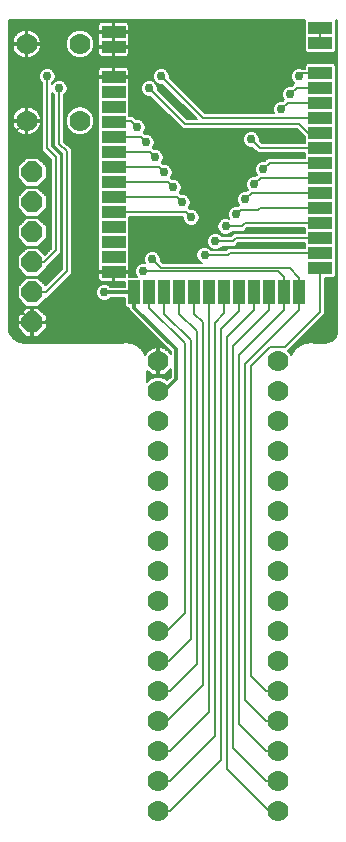
<source format=gtl>
G75*
%MOIN*%
%OFA0B0*%
%FSLAX26Y26*%
%IPPOS*%
%LPD*%
%AMOC8*
5,1,8,0,0,1.08239X$1,22.5*
%
%ADD10R,0.078740X0.039370*%
%ADD11R,0.039370X0.078740*%
%ADD12C,0.070000*%
%ADD13OC8,0.070000*%
%ADD14C,0.008000*%
%ADD15C,0.029780*%
%ADD16C,0.006000*%
%ADD17C,0.012000*%
D10*
X00504024Y01981701D03*
X00504024Y02031701D03*
X00504024Y02081701D03*
X00504024Y02131701D03*
X00504024Y02181701D03*
X00504024Y02231701D03*
X00504024Y02281701D03*
X00504024Y02331701D03*
X00504024Y02381701D03*
X00504024Y02431701D03*
X00504024Y02481701D03*
X00504024Y02531701D03*
X00504024Y02581701D03*
X00504024Y02631701D03*
X00504024Y02731701D03*
X00504024Y02781701D03*
X01193000Y02794299D03*
X01193000Y02744299D03*
X01193000Y02644299D03*
X01193000Y02594299D03*
X01193000Y02544299D03*
X01193000Y02494299D03*
X01193000Y02444299D03*
X01193000Y02394299D03*
X01193000Y02344299D03*
X01193000Y02294299D03*
X01193000Y02244299D03*
X01193000Y02194299D03*
X01193000Y02144299D03*
X01193000Y02094299D03*
X01193000Y02044299D03*
X01193000Y01994299D03*
D11*
X01123512Y01913000D03*
X01073512Y01913000D03*
X01023512Y01913000D03*
X00973512Y01913000D03*
X00923512Y01913000D03*
X00873512Y01913000D03*
X00823512Y01913000D03*
X00773512Y01913000D03*
X00723512Y01913000D03*
X00673512Y01913000D03*
X00623512Y01913000D03*
X00573512Y01913000D03*
D12*
X00653000Y00183000D03*
X00653000Y00283000D03*
X00653000Y00383000D03*
X00653000Y00483000D03*
X00653000Y00583000D03*
X00653000Y00683000D03*
X00653000Y00783000D03*
X00653000Y00883000D03*
X00653000Y00983000D03*
X00653000Y01083000D03*
X00653000Y01183000D03*
X00653000Y01283000D03*
X00653000Y01383000D03*
X00653000Y01483000D03*
X00653000Y01583000D03*
X00653000Y01683000D03*
X00392000Y02485000D03*
X00392000Y02741000D03*
X00214000Y02741000D03*
X00214000Y02485000D03*
X01053000Y01683000D03*
X01053000Y01583000D03*
X01053000Y01483000D03*
X01053000Y01383000D03*
X01053000Y01283000D03*
X01053000Y01183000D03*
X01053000Y01083000D03*
X01053000Y00983000D03*
X01053000Y00883000D03*
X01053000Y00783000D03*
X01053000Y00683000D03*
X01053000Y00583000D03*
X01053000Y00483000D03*
X01053000Y00383000D03*
X01053000Y00283000D03*
X01053000Y00183000D03*
D13*
X00233000Y01813000D03*
X00233000Y01913000D03*
X00233000Y02013000D03*
X00233000Y02113000D03*
X00233000Y02213000D03*
X00233000Y02313000D03*
D14*
X00283000Y02393000D02*
X00283000Y02633000D01*
X00323000Y02593000D02*
X00323000Y02408355D01*
X00348355Y02383000D01*
X00348355Y01983000D01*
X00278355Y01913000D01*
X00233000Y01913000D01*
X00167000Y01869000D02*
X00243000Y01813000D01*
X00233000Y01813000D01*
X00274299Y01813000D01*
X00443000Y01981701D01*
X00504024Y01981701D01*
X00504024Y02181701D02*
X00744299Y02181701D01*
X00763000Y02163000D01*
X00733000Y02213000D02*
X00714299Y02231701D01*
X00504024Y02231701D01*
X00504024Y02281701D02*
X00684299Y02281701D01*
X00703000Y02263000D01*
X00673000Y02313000D02*
X00654299Y02331701D01*
X00504024Y02331701D01*
X00504024Y02381701D02*
X00624299Y02381701D01*
X00643000Y02363000D01*
X00613000Y02413000D02*
X00594299Y02431701D01*
X00504024Y02431701D01*
X00505323Y02483000D02*
X00563000Y02483000D01*
X00583000Y02463000D01*
X00623000Y02593000D02*
X00742350Y02473650D01*
X01123000Y02473650D01*
X01152350Y02444299D01*
X01193000Y02444299D01*
X01193000Y02494299D02*
X00801701Y02494299D01*
X00663000Y02633000D01*
X00878000Y02133000D02*
X00931701Y02133000D01*
X00943000Y02144299D01*
X01193000Y02144299D01*
X01193000Y02094299D02*
X00913000Y02094299D01*
X00901701Y02083000D01*
X00843000Y02083000D01*
X00808000Y02038000D02*
X00886701Y02038000D01*
X00893000Y02044299D01*
X01193000Y02044299D01*
X01193000Y02194299D02*
X00993000Y02194299D01*
X00986701Y02188000D01*
X00928000Y02188000D01*
X00913000Y02173000D01*
X00943000Y02223000D02*
X00964299Y02244299D01*
X01193000Y02244299D01*
X01193000Y02294299D02*
X00994299Y02294299D01*
X00973000Y02273000D01*
X01003000Y02323000D02*
X01024299Y02344299D01*
X01193000Y02344299D01*
X01193000Y02394299D02*
X00991701Y02394299D01*
X00963000Y02423000D01*
X00313000Y02363000D02*
X00313000Y02053000D01*
X00273000Y02013000D01*
X00233000Y02013000D01*
X00167000Y01869000D02*
X00167000Y02438000D01*
X00214000Y02485000D01*
X00214000Y02741000D01*
X00283000Y02393000D02*
X00313000Y02363000D01*
D15*
X00323000Y02593000D03*
X00283000Y02633000D03*
X00583000Y02463000D03*
X00613000Y02413000D03*
X00643000Y02363000D03*
X00673000Y02313000D03*
X00703000Y02263000D03*
X00733000Y02213000D03*
X00763000Y02163000D03*
X00808000Y02038000D03*
X00843000Y02083000D03*
X00878000Y02133000D03*
X00913000Y02173000D03*
X00943000Y02223000D03*
X00973000Y02273000D03*
X01003000Y02323000D03*
X00963000Y02423000D03*
X01063000Y02523000D03*
X01093000Y02573000D03*
X01123000Y02633000D03*
X00663000Y02633000D03*
X00623000Y02593000D03*
X00633000Y02023000D03*
X00603000Y01983000D03*
X00473000Y01913000D03*
D16*
X00493003Y01932439D02*
X00540827Y01932439D01*
X00540827Y01932000D02*
X00493442Y01932000D01*
X00488798Y01936644D01*
X00478548Y01940890D01*
X00467452Y01940890D01*
X00457202Y01936644D01*
X00449356Y01928798D01*
X00445110Y01918548D01*
X00445110Y01907452D01*
X00449356Y01897202D01*
X00457202Y01889356D01*
X00467452Y01885110D01*
X00478548Y01885110D01*
X00488798Y01889356D01*
X00493442Y01894000D01*
X00540827Y01894000D01*
X00540827Y01868245D01*
X00548442Y01860630D01*
X00554512Y01860630D01*
X00554512Y01854618D01*
X00694000Y01715130D01*
X00694000Y01708230D01*
X00689612Y01714270D01*
X00684270Y01719612D01*
X00678157Y01724053D01*
X00671426Y01727483D01*
X00664240Y01729818D01*
X00656778Y01731000D01*
X00656000Y01731000D01*
X00656000Y01686000D01*
X00650000Y01686000D01*
X00650000Y01731000D01*
X00649222Y01731000D01*
X00641760Y01729818D01*
X00634574Y01727483D01*
X00627843Y01724053D01*
X00621730Y01719612D01*
X00616388Y01714270D01*
X00611947Y01708157D01*
X00610210Y01704749D01*
X00597861Y01724540D01*
X00597861Y01724540D01*
X00573961Y01741611D01*
X00545348Y01748237D01*
X00531924Y01746000D01*
X00226728Y01746000D01*
X00225324Y01746878D01*
X00221519Y01746000D01*
X00217615Y01746000D01*
X00216867Y01745252D01*
X00209635Y01744316D01*
X00188967Y01747777D01*
X00171196Y01758884D01*
X00159029Y01775945D01*
X00156000Y01784935D01*
X00156000Y02819606D01*
X01140867Y02819606D01*
X01140630Y02819369D01*
X01140630Y02719229D01*
X01148245Y02711614D01*
X01237755Y02711614D01*
X01245370Y02719229D01*
X01245370Y02819369D01*
X01245133Y02819606D01*
X01250000Y02819606D01*
X01250000Y01783000D01*
X01249289Y01775782D01*
X01243764Y01762444D01*
X01233556Y01752235D01*
X01220218Y01746711D01*
X01213000Y01746000D01*
X01174076Y01746000D01*
X01160652Y01748237D01*
X01132039Y01741611D01*
X01132038Y01741611D01*
X01108139Y01724540D01*
X01095884Y01704899D01*
X01093692Y01710190D01*
X01085755Y01718127D01*
X01209000Y01841373D01*
X01209000Y01961614D01*
X01237755Y01961614D01*
X01245370Y01969229D01*
X01245370Y02669369D01*
X01237755Y02676984D01*
X01148245Y02676984D01*
X01140630Y02669369D01*
X01140630Y02659000D01*
X01133110Y02659000D01*
X01128548Y02660890D01*
X01117452Y02660890D01*
X01107202Y02656644D01*
X01099356Y02648798D01*
X01095110Y02638548D01*
X01095110Y02627452D01*
X01099356Y02617202D01*
X01106965Y02609593D01*
X01098262Y02600890D01*
X01087452Y02600890D01*
X01077202Y02596644D01*
X01069356Y02588798D01*
X01065110Y02578548D01*
X01065110Y02567452D01*
X01069356Y02557202D01*
X01071965Y02554593D01*
X01068262Y02550890D01*
X01057452Y02550890D01*
X01047202Y02546644D01*
X01039356Y02538798D01*
X01035110Y02528548D01*
X01035110Y02517452D01*
X01037659Y02511299D01*
X00808742Y02511299D01*
X00690890Y02629152D01*
X00690890Y02638548D01*
X00686644Y02648798D01*
X00678798Y02656644D01*
X00668548Y02660890D01*
X00657452Y02660890D01*
X00647202Y02656644D01*
X00639356Y02648798D01*
X00635110Y02638548D01*
X00635110Y02627452D01*
X00639356Y02617202D01*
X00647202Y02609356D01*
X00657452Y02605110D01*
X00666848Y02605110D01*
X00781309Y02490649D01*
X00749392Y02490649D01*
X00650890Y02589152D01*
X00650890Y02598548D01*
X00646644Y02608798D01*
X00638798Y02616644D01*
X00628548Y02620890D01*
X00617452Y02620890D01*
X00607202Y02616644D01*
X00599356Y02608798D01*
X00595110Y02598548D01*
X00595110Y02587452D01*
X00599356Y02577202D01*
X00607202Y02569356D01*
X00617452Y02565110D01*
X00626848Y02565110D01*
X00725350Y02466608D01*
X00735309Y02456650D01*
X01115958Y02456650D01*
X01140630Y02431978D01*
X01140630Y02411299D01*
X00998742Y02411299D01*
X00990890Y02419152D01*
X00990890Y02428548D01*
X00986644Y02438798D01*
X00978798Y02446644D01*
X00968548Y02450890D01*
X00957452Y02450890D01*
X00947202Y02446644D01*
X00939356Y02438798D01*
X00935110Y02428548D01*
X00935110Y02417452D01*
X00939356Y02407202D01*
X00947202Y02399356D01*
X00957452Y02395110D01*
X00966848Y02395110D01*
X00984659Y02377299D01*
X01140630Y02377299D01*
X01140630Y02361299D01*
X01017258Y02361299D01*
X01006848Y02350890D01*
X00997452Y02350890D01*
X00987202Y02346644D01*
X00979356Y02338798D01*
X00975110Y02328548D01*
X00975110Y02317452D01*
X00979356Y02307202D01*
X00981258Y02305300D01*
X00976848Y02300890D01*
X00967452Y02300890D01*
X00957202Y02296644D01*
X00949356Y02288798D01*
X00945110Y02278548D01*
X00945110Y02267452D01*
X00949356Y02257202D01*
X00951258Y02255300D01*
X00946848Y02250890D01*
X00937452Y02250890D01*
X00927202Y02246644D01*
X00919356Y02238798D01*
X00915110Y02228548D01*
X00915110Y02217452D01*
X00919356Y02207202D01*
X00921558Y02205000D01*
X00920958Y02205000D01*
X00916848Y02200890D01*
X00907452Y02200890D01*
X00897202Y02196644D01*
X00889356Y02188798D01*
X00885110Y02178548D01*
X00885110Y02167452D01*
X00888715Y02158749D01*
X00883548Y02160890D01*
X00872452Y02160890D01*
X00862202Y02156644D01*
X00854356Y02148798D01*
X00850110Y02138548D01*
X00850110Y02127452D01*
X00854356Y02117202D01*
X00862202Y02109356D01*
X00872452Y02105110D01*
X00883548Y02105110D01*
X00893798Y02109356D01*
X00900442Y02116000D01*
X00938742Y02116000D01*
X00950042Y02127299D01*
X01140630Y02127299D01*
X01140630Y02111299D01*
X00905958Y02111299D01*
X00894659Y02100000D01*
X00865442Y02100000D01*
X00858798Y02106644D01*
X00848548Y02110890D01*
X00837452Y02110890D01*
X00827202Y02106644D01*
X00819356Y02098798D01*
X00815110Y02088548D01*
X00815110Y02077452D01*
X00819356Y02067202D01*
X00827202Y02059356D01*
X00837452Y02055110D01*
X00848548Y02055110D01*
X00858798Y02059356D01*
X00865442Y02066000D01*
X00908742Y02066000D01*
X00920042Y02077299D01*
X01140630Y02077299D01*
X01140630Y02061299D01*
X00885958Y02061299D01*
X00879659Y02055000D01*
X00830442Y02055000D01*
X00823798Y02061644D01*
X00813548Y02065890D01*
X00802452Y02065890D01*
X00792202Y02061644D01*
X00784356Y02053798D01*
X00780110Y02043548D01*
X00780110Y02032452D01*
X00784356Y02022202D01*
X00792202Y02014356D01*
X00800305Y02011000D01*
X00667627Y02011000D01*
X00660890Y02017738D01*
X00660890Y02028548D01*
X00656644Y02038798D01*
X00648798Y02046644D01*
X00638548Y02050890D01*
X00627452Y02050890D01*
X00617202Y02046644D01*
X00609356Y02038798D01*
X00605110Y02028548D01*
X00605110Y02017452D01*
X00607829Y02010890D01*
X00597452Y02010890D01*
X00587202Y02006644D01*
X00579356Y01998798D01*
X00575110Y01988548D01*
X00575110Y01977452D01*
X00579356Y01967202D01*
X00581188Y01965370D01*
X00556394Y01965370D01*
X00556394Y01978701D01*
X00507024Y01978701D01*
X00507024Y01984700D01*
X00556394Y01984700D01*
X00556394Y02003097D01*
X00555647Y02005884D01*
X00556394Y02006631D01*
X00556394Y02164701D01*
X00735110Y02164701D01*
X00735110Y02157452D01*
X00739356Y02147202D01*
X00747202Y02139356D01*
X00757452Y02135110D01*
X00768548Y02135110D01*
X00778798Y02139356D01*
X00786644Y02147202D01*
X00790890Y02157452D01*
X00790890Y02168548D01*
X00786644Y02178798D01*
X00778798Y02186644D01*
X00768548Y02190890D01*
X00759152Y02190890D01*
X00754742Y02195300D01*
X00756644Y02197202D01*
X00760890Y02207452D01*
X00760890Y02218548D01*
X00756644Y02228798D01*
X00748798Y02236644D01*
X00738548Y02240890D01*
X00729152Y02240890D01*
X00724742Y02245300D01*
X00726644Y02247202D01*
X00730890Y02257452D01*
X00730890Y02268548D01*
X00726644Y02278798D01*
X00718798Y02286644D01*
X00708548Y02290890D01*
X00699152Y02290890D01*
X00694742Y02295300D01*
X00696644Y02297202D01*
X00700890Y02307452D01*
X00700890Y02318548D01*
X00696644Y02328798D01*
X00688798Y02336644D01*
X00678548Y02340890D01*
X00669152Y02340890D01*
X00664742Y02345300D01*
X00666644Y02347202D01*
X00670890Y02357452D01*
X00670890Y02368548D01*
X00666644Y02378798D01*
X00658798Y02386644D01*
X00648548Y02390890D01*
X00639152Y02390890D01*
X00634742Y02395300D01*
X00636644Y02397202D01*
X00640890Y02407452D01*
X00640890Y02418548D01*
X00636644Y02428798D01*
X00628798Y02436644D01*
X00618548Y02440890D01*
X00609152Y02440890D01*
X00604742Y02445300D01*
X00606644Y02447202D01*
X00610890Y02457452D01*
X00610890Y02468548D01*
X00606644Y02478798D01*
X00598798Y02486644D01*
X00588548Y02490890D01*
X00579152Y02490890D01*
X00570042Y02500000D01*
X00556394Y02500000D01*
X00556394Y02606771D01*
X00555647Y02607517D01*
X00556394Y02610304D01*
X00556394Y02628701D01*
X00507024Y02628701D01*
X00507024Y02634700D01*
X00556394Y02634700D01*
X00556394Y02653097D01*
X00555508Y02656404D01*
X00553796Y02659368D01*
X00551376Y02661788D01*
X00548411Y02663500D01*
X00545105Y02664386D01*
X00507023Y02664386D01*
X00507023Y02634701D01*
X00501024Y02634701D01*
X00501024Y02664386D01*
X00462942Y02664386D01*
X00459636Y02663500D01*
X00456671Y02661788D01*
X00454251Y02659368D01*
X00452539Y02656404D01*
X00451654Y02653097D01*
X00451653Y02634700D01*
X00501023Y02634700D01*
X00501023Y02628701D01*
X00451654Y02628701D01*
X00451654Y02610304D01*
X00452400Y02607517D01*
X00451654Y02606771D01*
X00451654Y02006631D01*
X00452400Y02005884D01*
X00451654Y02003097D01*
X00451653Y01984700D01*
X00501023Y01984700D01*
X00501023Y01978701D01*
X00451654Y01978701D01*
X00451654Y01960304D01*
X00452539Y01956998D01*
X00454251Y01954033D01*
X00456671Y01951613D01*
X00459636Y01949902D01*
X00462942Y01949016D01*
X00501024Y01949016D01*
X00501024Y01978700D01*
X00507023Y01978700D01*
X00507023Y01949016D01*
X00540827Y01949016D01*
X00540827Y01932000D01*
X00540827Y01938438D02*
X00484468Y01938438D01*
X00461532Y01938438D02*
X00327834Y01938438D01*
X00333832Y01944436D02*
X00540827Y01944436D01*
X00556394Y01968430D02*
X00578847Y01968430D01*
X00576363Y01974429D02*
X00556394Y01974429D01*
X00556394Y01986426D02*
X00575110Y01986426D01*
X00575110Y01980427D02*
X00507024Y01980427D01*
X00507023Y01974429D02*
X00501024Y01974429D01*
X00501023Y01980427D02*
X00365355Y01980427D01*
X00365355Y01975958D02*
X00365355Y02390042D01*
X00340000Y02415396D01*
X00340000Y02570558D01*
X00346644Y02577202D01*
X00350890Y02587452D01*
X00350890Y02598548D01*
X00346644Y02608798D01*
X00338798Y02616644D01*
X00328548Y02620890D01*
X00317452Y02620890D01*
X00307202Y02616644D01*
X00300000Y02609442D01*
X00300000Y02610558D01*
X00306644Y02617202D01*
X00310890Y02627452D01*
X00310890Y02638548D01*
X00306644Y02648798D01*
X00298798Y02656644D01*
X00288548Y02660890D01*
X00277452Y02660890D01*
X00267202Y02656644D01*
X00259356Y02648798D01*
X00255110Y02638548D01*
X00255110Y02627452D01*
X00259356Y02617202D01*
X00266000Y02610558D01*
X00266000Y02385958D01*
X00275958Y02376000D01*
X00296000Y02355958D01*
X00296000Y02060042D01*
X00274920Y02038962D01*
X00252882Y02061000D01*
X00213118Y02061000D01*
X00185000Y02032882D01*
X00185000Y01993118D01*
X00213118Y01965000D01*
X00252882Y01965000D01*
X00281000Y01993118D01*
X00281000Y01996958D01*
X00320042Y02036000D01*
X00330000Y02045958D01*
X00330000Y02370042D01*
X00300000Y02400042D01*
X00300000Y02576558D01*
X00306000Y02570558D01*
X00306000Y02401313D01*
X00315958Y02391355D01*
X00331355Y02375958D01*
X00331355Y01990042D01*
X00277598Y01936284D01*
X00252882Y01961000D01*
X00213118Y01961000D01*
X00185000Y01932882D01*
X00185000Y01893118D01*
X00213118Y01865000D01*
X00252882Y01865000D01*
X00281000Y01893118D01*
X00281000Y01896000D01*
X00285396Y01896000D01*
X00355396Y01966000D01*
X00365355Y01975958D01*
X00363825Y01974429D02*
X00451654Y01974429D01*
X00451654Y01968430D02*
X00357826Y01968430D01*
X00351828Y01962432D02*
X00451654Y01962432D01*
X00452866Y01956433D02*
X00345829Y01956433D01*
X00339831Y01950435D02*
X00458713Y01950435D01*
X00452997Y01932439D02*
X00321835Y01932439D01*
X00315837Y01926440D02*
X00448380Y01926440D01*
X00445895Y01920442D02*
X00309838Y01920442D01*
X00303840Y01914443D02*
X00445110Y01914443D01*
X00445110Y01908445D02*
X00297841Y01908445D01*
X00291843Y01902446D02*
X00447184Y01902446D01*
X00450110Y01896448D02*
X00285844Y01896448D01*
X00278331Y01890449D02*
X00456109Y01890449D01*
X00489891Y01890449D02*
X00540827Y01890449D01*
X00540827Y01884451D02*
X00272333Y01884451D01*
X00266334Y01878452D02*
X00540827Y01878452D01*
X00540827Y01872454D02*
X00260336Y01872454D01*
X00254337Y01866455D02*
X00542617Y01866455D01*
X00554512Y01860457D02*
X00253425Y01860457D01*
X00252882Y01861000D02*
X00236000Y01861000D01*
X00236000Y01816000D01*
X00281000Y01816000D01*
X00281000Y01832882D01*
X00252882Y01861000D01*
X00259424Y01854458D02*
X00554672Y01854458D01*
X00560670Y01848460D02*
X00265422Y01848460D01*
X00271421Y01842461D02*
X00566669Y01842461D01*
X00572667Y01836463D02*
X00277419Y01836463D01*
X00281000Y01830464D02*
X00578666Y01830464D01*
X00584664Y01824466D02*
X00281000Y01824466D01*
X00281000Y01818467D02*
X00590663Y01818467D01*
X00596661Y01812469D02*
X00236000Y01812469D01*
X00236000Y01810000D02*
X00236000Y01816000D01*
X00230000Y01816000D01*
X00230000Y01861000D01*
X00213118Y01861000D01*
X00185000Y01832882D01*
X00185000Y01816000D01*
X00229999Y01816000D01*
X00229999Y01810000D01*
X00185000Y01810000D01*
X00185000Y01793118D01*
X00213118Y01765000D01*
X00230000Y01765000D01*
X00230000Y01809999D01*
X00236000Y01809999D01*
X00236000Y01765000D01*
X00252882Y01765000D01*
X00281000Y01793118D01*
X00281000Y01810000D01*
X00236000Y01810000D01*
X00236000Y01806470D02*
X00230000Y01806470D01*
X00229999Y01812469D02*
X00156000Y01812469D01*
X00156000Y01818467D02*
X00185000Y01818467D01*
X00185000Y01824466D02*
X00156000Y01824466D01*
X00156000Y01830464D02*
X00185000Y01830464D01*
X00188580Y01836463D02*
X00156000Y01836463D01*
X00156000Y01842461D02*
X00194579Y01842461D01*
X00200578Y01848460D02*
X00156000Y01848460D01*
X00156000Y01854458D02*
X00206576Y01854458D01*
X00212575Y01860457D02*
X00156000Y01860457D01*
X00156000Y01866455D02*
X00211663Y01866455D01*
X00205664Y01872454D02*
X00156000Y01872454D01*
X00156000Y01878452D02*
X00199665Y01878452D01*
X00193667Y01884451D02*
X00156000Y01884451D01*
X00156000Y01890449D02*
X00187668Y01890449D01*
X00185000Y01896448D02*
X00156000Y01896448D01*
X00156000Y01902446D02*
X00185000Y01902446D01*
X00185000Y01908445D02*
X00156000Y01908445D01*
X00156000Y01914443D02*
X00185000Y01914443D01*
X00185000Y01920442D02*
X00156000Y01920442D01*
X00156000Y01926440D02*
X00185000Y01926440D01*
X00185000Y01932439D02*
X00156000Y01932439D01*
X00156000Y01938438D02*
X00190555Y01938438D01*
X00196554Y01944436D02*
X00156000Y01944436D01*
X00156000Y01950435D02*
X00202552Y01950435D01*
X00208551Y01956433D02*
X00156000Y01956433D01*
X00156000Y01962432D02*
X00303745Y01962432D01*
X00309743Y01968430D02*
X00256312Y01968430D01*
X00262311Y01974429D02*
X00315742Y01974429D01*
X00321740Y01980427D02*
X00268309Y01980427D01*
X00274308Y01986426D02*
X00327739Y01986426D01*
X00331355Y01992424D02*
X00280306Y01992424D01*
X00282464Y01998423D02*
X00331355Y01998423D01*
X00331355Y02004421D02*
X00288463Y02004421D01*
X00294461Y02010420D02*
X00331355Y02010420D01*
X00331355Y02016418D02*
X00300460Y02016418D01*
X00306458Y02022417D02*
X00331355Y02022417D01*
X00331355Y02028415D02*
X00312457Y02028415D01*
X00318455Y02034414D02*
X00331355Y02034414D01*
X00331355Y02040412D02*
X00324454Y02040412D01*
X00330000Y02046411D02*
X00331355Y02046411D01*
X00331355Y02052409D02*
X00330000Y02052409D01*
X00330000Y02058408D02*
X00331355Y02058408D01*
X00331355Y02064406D02*
X00330000Y02064406D01*
X00330000Y02070405D02*
X00331355Y02070405D01*
X00331355Y02076404D02*
X00330000Y02076404D01*
X00330000Y02082402D02*
X00331355Y02082402D01*
X00331355Y02088401D02*
X00330000Y02088401D01*
X00330000Y02094399D02*
X00331355Y02094399D01*
X00331355Y02100398D02*
X00330000Y02100398D01*
X00330000Y02106396D02*
X00331355Y02106396D01*
X00331355Y02112395D02*
X00330000Y02112395D01*
X00330000Y02118393D02*
X00331355Y02118393D01*
X00331355Y02124392D02*
X00330000Y02124392D01*
X00330000Y02130390D02*
X00331355Y02130390D01*
X00331355Y02136389D02*
X00330000Y02136389D01*
X00330000Y02142387D02*
X00331355Y02142387D01*
X00331355Y02148386D02*
X00330000Y02148386D01*
X00330000Y02154384D02*
X00331355Y02154384D01*
X00331355Y02160383D02*
X00330000Y02160383D01*
X00330000Y02166381D02*
X00331355Y02166381D01*
X00331355Y02172380D02*
X00330000Y02172380D01*
X00330000Y02178378D02*
X00331355Y02178378D01*
X00331355Y02184377D02*
X00330000Y02184377D01*
X00330000Y02190375D02*
X00331355Y02190375D01*
X00331355Y02196374D02*
X00330000Y02196374D01*
X00330000Y02202373D02*
X00331355Y02202373D01*
X00331355Y02208371D02*
X00330000Y02208371D01*
X00330000Y02214370D02*
X00331355Y02214370D01*
X00331355Y02220368D02*
X00330000Y02220368D01*
X00330000Y02226367D02*
X00331355Y02226367D01*
X00331355Y02232365D02*
X00330000Y02232365D01*
X00330000Y02238364D02*
X00331355Y02238364D01*
X00331355Y02244362D02*
X00330000Y02244362D01*
X00330000Y02250361D02*
X00331355Y02250361D01*
X00331355Y02256359D02*
X00330000Y02256359D01*
X00330000Y02262358D02*
X00331355Y02262358D01*
X00331355Y02268356D02*
X00330000Y02268356D01*
X00330000Y02274355D02*
X00331355Y02274355D01*
X00331355Y02280353D02*
X00330000Y02280353D01*
X00330000Y02286352D02*
X00331355Y02286352D01*
X00331355Y02292350D02*
X00330000Y02292350D01*
X00330000Y02298349D02*
X00331355Y02298349D01*
X00331355Y02304347D02*
X00330000Y02304347D01*
X00330000Y02310346D02*
X00331355Y02310346D01*
X00331355Y02316344D02*
X00330000Y02316344D01*
X00330000Y02322343D02*
X00331355Y02322343D01*
X00331355Y02328342D02*
X00330000Y02328342D01*
X00330000Y02334340D02*
X00331355Y02334340D01*
X00331355Y02340339D02*
X00330000Y02340339D01*
X00330000Y02346337D02*
X00331355Y02346337D01*
X00331355Y02352336D02*
X00330000Y02352336D01*
X00330000Y02358334D02*
X00331355Y02358334D01*
X00331355Y02364333D02*
X00330000Y02364333D01*
X00329710Y02370331D02*
X00331355Y02370331D01*
X00330983Y02376330D02*
X00323712Y02376330D01*
X00324985Y02382328D02*
X00317713Y02382328D01*
X00318986Y02388327D02*
X00311715Y02388327D01*
X00312988Y02394325D02*
X00305716Y02394325D01*
X00306989Y02400324D02*
X00300000Y02400324D01*
X00300000Y02406322D02*
X00306000Y02406322D01*
X00306000Y02412321D02*
X00300000Y02412321D01*
X00300000Y02418319D02*
X00306000Y02418319D01*
X00306000Y02424318D02*
X00300000Y02424318D01*
X00300000Y02430316D02*
X00306000Y02430316D01*
X00306000Y02436315D02*
X00300000Y02436315D01*
X00300000Y02442313D02*
X00306000Y02442313D01*
X00306000Y02448312D02*
X00300000Y02448312D01*
X00300000Y02454311D02*
X00306000Y02454311D01*
X00306000Y02460309D02*
X00300000Y02460309D01*
X00300000Y02466308D02*
X00306000Y02466308D01*
X00306000Y02472306D02*
X00300000Y02472306D01*
X00300000Y02478305D02*
X00306000Y02478305D01*
X00306000Y02484303D02*
X00300000Y02484303D01*
X00300000Y02490302D02*
X00306000Y02490302D01*
X00306000Y02496300D02*
X00300000Y02496300D01*
X00300000Y02502299D02*
X00306000Y02502299D01*
X00306000Y02508297D02*
X00300000Y02508297D01*
X00300000Y02514296D02*
X00306000Y02514296D01*
X00306000Y02520294D02*
X00300000Y02520294D01*
X00300000Y02526293D02*
X00306000Y02526293D01*
X00306000Y02532291D02*
X00300000Y02532291D01*
X00300000Y02538290D02*
X00306000Y02538290D01*
X00306000Y02544288D02*
X00300000Y02544288D01*
X00300000Y02550287D02*
X00306000Y02550287D01*
X00306000Y02556285D02*
X00300000Y02556285D01*
X00300000Y02562284D02*
X00306000Y02562284D01*
X00306000Y02568282D02*
X00300000Y02568282D01*
X00300000Y02574281D02*
X00302277Y02574281D01*
X00300830Y02610272D02*
X00300000Y02610272D01*
X00305713Y02616271D02*
X00306829Y02616271D01*
X00308743Y02622269D02*
X00451654Y02622269D01*
X00451654Y02616271D02*
X00339171Y02616271D01*
X00345170Y02610272D02*
X00451662Y02610272D01*
X00451654Y02604274D02*
X00348518Y02604274D01*
X00350890Y02598275D02*
X00451654Y02598275D01*
X00451654Y02592277D02*
X00350890Y02592277D01*
X00350403Y02586278D02*
X00451654Y02586278D01*
X00451654Y02580280D02*
X00347919Y02580280D01*
X00343723Y02574281D02*
X00451654Y02574281D01*
X00451654Y02568282D02*
X00340000Y02568282D01*
X00340000Y02562284D02*
X00451654Y02562284D01*
X00451654Y02556285D02*
X00340000Y02556285D01*
X00340000Y02550287D02*
X00451654Y02550287D01*
X00451654Y02544288D02*
X00340000Y02544288D01*
X00340000Y02538290D02*
X00451654Y02538290D01*
X00451654Y02532291D02*
X00403258Y02532291D01*
X00401548Y02533000D02*
X00382452Y02533000D01*
X00364810Y02525692D01*
X00351308Y02512190D01*
X00344000Y02494548D01*
X00344000Y02475452D01*
X00351308Y02457810D01*
X00364810Y02444308D01*
X00382452Y02437000D01*
X00401548Y02437000D01*
X00419190Y02444308D01*
X00432692Y02457810D01*
X00440000Y02475452D01*
X00440000Y02494548D01*
X00432692Y02512190D01*
X00419190Y02525692D01*
X00401548Y02533000D01*
X00417740Y02526293D02*
X00451654Y02526293D01*
X00451654Y02520294D02*
X00424588Y02520294D01*
X00430586Y02514296D02*
X00451654Y02514296D01*
X00451654Y02508297D02*
X00434305Y02508297D01*
X00436789Y02502299D02*
X00451654Y02502299D01*
X00451654Y02496300D02*
X00439274Y02496300D01*
X00440000Y02490302D02*
X00451654Y02490302D01*
X00451654Y02484303D02*
X00440000Y02484303D01*
X00440000Y02478305D02*
X00451654Y02478305D01*
X00451654Y02472306D02*
X00438697Y02472306D01*
X00436212Y02466308D02*
X00451654Y02466308D01*
X00451654Y02460309D02*
X00433727Y02460309D01*
X00429193Y02454311D02*
X00451654Y02454311D01*
X00451654Y02448312D02*
X00423194Y02448312D01*
X00414375Y02442313D02*
X00451654Y02442313D01*
X00451654Y02436315D02*
X00340000Y02436315D01*
X00340000Y02430316D02*
X00451654Y02430316D01*
X00451654Y02424318D02*
X00340000Y02424318D01*
X00340000Y02418319D02*
X00451654Y02418319D01*
X00451654Y02412321D02*
X00343075Y02412321D01*
X00349074Y02406322D02*
X00451654Y02406322D01*
X00451654Y02400324D02*
X00355072Y02400324D01*
X00361071Y02394325D02*
X00451654Y02394325D01*
X00451654Y02388327D02*
X00365355Y02388327D01*
X00365355Y02382328D02*
X00451654Y02382328D01*
X00451654Y02376330D02*
X00365355Y02376330D01*
X00365355Y02370331D02*
X00451654Y02370331D01*
X00451654Y02364333D02*
X00365355Y02364333D01*
X00365355Y02358334D02*
X00451654Y02358334D01*
X00451654Y02352336D02*
X00365355Y02352336D01*
X00365355Y02346337D02*
X00451654Y02346337D01*
X00451654Y02340339D02*
X00365355Y02340339D01*
X00365355Y02334340D02*
X00451654Y02334340D01*
X00451654Y02328342D02*
X00365355Y02328342D01*
X00365355Y02322343D02*
X00451654Y02322343D01*
X00451654Y02316344D02*
X00365355Y02316344D01*
X00365355Y02310346D02*
X00451654Y02310346D01*
X00451654Y02304347D02*
X00365355Y02304347D01*
X00365355Y02298349D02*
X00451654Y02298349D01*
X00451654Y02292350D02*
X00365355Y02292350D01*
X00365355Y02286352D02*
X00451654Y02286352D01*
X00451654Y02280353D02*
X00365355Y02280353D01*
X00365355Y02274355D02*
X00451654Y02274355D01*
X00451654Y02268356D02*
X00365355Y02268356D01*
X00365355Y02262358D02*
X00451654Y02262358D01*
X00451654Y02256359D02*
X00365355Y02256359D01*
X00365355Y02250361D02*
X00451654Y02250361D01*
X00451654Y02244362D02*
X00365355Y02244362D01*
X00365355Y02238364D02*
X00451654Y02238364D01*
X00451654Y02232365D02*
X00365355Y02232365D01*
X00365355Y02226367D02*
X00451654Y02226367D01*
X00451654Y02220368D02*
X00365355Y02220368D01*
X00365355Y02214370D02*
X00451654Y02214370D01*
X00451654Y02208371D02*
X00365355Y02208371D01*
X00365355Y02202373D02*
X00451654Y02202373D01*
X00451654Y02196374D02*
X00365355Y02196374D01*
X00365355Y02190375D02*
X00451654Y02190375D01*
X00451654Y02184377D02*
X00365355Y02184377D01*
X00365355Y02178378D02*
X00451654Y02178378D01*
X00451654Y02172380D02*
X00365355Y02172380D01*
X00365355Y02166381D02*
X00451654Y02166381D01*
X00451654Y02160383D02*
X00365355Y02160383D01*
X00365355Y02154384D02*
X00451654Y02154384D01*
X00451654Y02148386D02*
X00365355Y02148386D01*
X00365355Y02142387D02*
X00451654Y02142387D01*
X00451654Y02136389D02*
X00365355Y02136389D01*
X00365355Y02130390D02*
X00451654Y02130390D01*
X00451654Y02124392D02*
X00365355Y02124392D01*
X00365355Y02118393D02*
X00451654Y02118393D01*
X00451654Y02112395D02*
X00365355Y02112395D01*
X00365355Y02106396D02*
X00451654Y02106396D01*
X00451654Y02100398D02*
X00365355Y02100398D01*
X00365355Y02094399D02*
X00451654Y02094399D01*
X00451654Y02088401D02*
X00365355Y02088401D01*
X00365355Y02082402D02*
X00451654Y02082402D01*
X00451654Y02076404D02*
X00365355Y02076404D01*
X00365355Y02070405D02*
X00451654Y02070405D01*
X00451654Y02064406D02*
X00365355Y02064406D01*
X00365355Y02058408D02*
X00451654Y02058408D01*
X00451654Y02052409D02*
X00365355Y02052409D01*
X00365355Y02046411D02*
X00451654Y02046411D01*
X00451654Y02040412D02*
X00365355Y02040412D01*
X00365355Y02034414D02*
X00451654Y02034414D01*
X00451654Y02028415D02*
X00365355Y02028415D01*
X00365355Y02022417D02*
X00451654Y02022417D01*
X00451654Y02016418D02*
X00365355Y02016418D01*
X00365355Y02010420D02*
X00451654Y02010420D01*
X00452008Y02004421D02*
X00365355Y02004421D01*
X00365355Y01998423D02*
X00451654Y01998423D01*
X00451654Y01992424D02*
X00365355Y01992424D01*
X00365355Y01986426D02*
X00451654Y01986426D01*
X00501024Y01968430D02*
X00507023Y01968430D01*
X00507023Y01962432D02*
X00501024Y01962432D01*
X00501024Y01956433D02*
X00507023Y01956433D01*
X00507023Y01950435D02*
X00501024Y01950435D01*
X00556394Y01992424D02*
X00576716Y01992424D01*
X00579201Y01998423D02*
X00556394Y01998423D01*
X00556039Y02004421D02*
X00584979Y02004421D01*
X00596318Y02010420D02*
X00556394Y02010420D01*
X00556394Y02016418D02*
X00605539Y02016418D01*
X00605110Y02022417D02*
X00556394Y02022417D01*
X00556394Y02028415D02*
X00605110Y02028415D01*
X00607540Y02034414D02*
X00556394Y02034414D01*
X00556394Y02040412D02*
X00610970Y02040412D01*
X00616969Y02046411D02*
X00556394Y02046411D01*
X00556394Y02052409D02*
X00783781Y02052409D01*
X00781296Y02046411D02*
X00649031Y02046411D01*
X00655030Y02040412D02*
X00780110Y02040412D01*
X00780110Y02034414D02*
X00658460Y02034414D01*
X00660890Y02028415D02*
X00781782Y02028415D01*
X00784267Y02022417D02*
X00660890Y02022417D01*
X00662209Y02016418D02*
X00790140Y02016418D01*
X00788966Y02058408D02*
X00556394Y02058408D01*
X00556394Y02064406D02*
X00798872Y02064406D01*
X00817128Y02064406D02*
X00822151Y02064406D01*
X00818029Y02070405D02*
X00556394Y02070405D01*
X00556394Y02076404D02*
X00815545Y02076404D01*
X00815110Y02082402D02*
X00556394Y02082402D01*
X00556394Y02088401D02*
X00815110Y02088401D01*
X00817534Y02094399D02*
X00556394Y02094399D01*
X00556394Y02100398D02*
X00820956Y02100398D01*
X00826954Y02106396D02*
X00556394Y02106396D01*
X00556394Y02112395D02*
X00859163Y02112395D01*
X00859046Y02106396D02*
X00869348Y02106396D01*
X00865044Y02100398D02*
X00895057Y02100398D01*
X00901055Y02106396D02*
X00886652Y02106396D01*
X00896837Y02112395D02*
X01140630Y02112395D01*
X01140630Y02118393D02*
X00941136Y02118393D01*
X00947134Y02124392D02*
X01140630Y02124392D01*
X01140630Y02076404D02*
X00919146Y02076404D01*
X00913147Y02070405D02*
X01140630Y02070405D01*
X01140630Y02064406D02*
X00863849Y02064406D01*
X00856509Y02058408D02*
X00883067Y02058408D01*
X00853863Y02118393D02*
X00556394Y02118393D01*
X00556394Y02124392D02*
X00851378Y02124392D01*
X00850110Y02130390D02*
X00556394Y02130390D01*
X00556394Y02136389D02*
X00754366Y02136389D01*
X00744171Y02142387D02*
X00556394Y02142387D01*
X00556394Y02148386D02*
X00738866Y02148386D01*
X00736381Y02154384D02*
X00556394Y02154384D01*
X00556394Y02160383D02*
X00735110Y02160383D01*
X00755816Y02196374D02*
X00896932Y02196374D01*
X00890933Y02190375D02*
X00769789Y02190375D01*
X00781065Y02184377D02*
X00887525Y02184377D01*
X00885110Y02178378D02*
X00786818Y02178378D01*
X00789302Y02172380D02*
X00885110Y02172380D01*
X00885554Y02166381D02*
X00790890Y02166381D01*
X00790890Y02160383D02*
X00871229Y02160383D01*
X00859942Y02154384D02*
X00789619Y02154384D01*
X00787134Y02148386D02*
X00854185Y02148386D01*
X00851701Y02142387D02*
X00781829Y02142387D01*
X00771634Y02136389D02*
X00850110Y02136389D01*
X00884771Y02160383D02*
X00888039Y02160383D01*
X00918331Y02202373D02*
X00758785Y02202373D01*
X00760890Y02208371D02*
X00918872Y02208371D01*
X00916387Y02214370D02*
X00760890Y02214370D01*
X00760136Y02220368D02*
X00915110Y02220368D01*
X00915110Y02226367D02*
X00757651Y02226367D01*
X00753077Y02232365D02*
X00916692Y02232365D01*
X00919176Y02238364D02*
X00744646Y02238364D01*
X00727952Y02250361D02*
X00936175Y02250361D01*
X00924920Y02244362D02*
X00725679Y02244362D01*
X00730437Y02256359D02*
X00950199Y02256359D01*
X00947220Y02262358D02*
X00730890Y02262358D01*
X00730890Y02268356D02*
X00945110Y02268356D01*
X00945110Y02274355D02*
X00728484Y02274355D01*
X00725089Y02280353D02*
X00945858Y02280353D01*
X00948343Y02286352D02*
X00719090Y02286352D01*
X00697691Y02292350D02*
X00952908Y02292350D01*
X00961319Y02298349D02*
X00697119Y02298349D01*
X00699603Y02304347D02*
X00980306Y02304347D01*
X00978054Y02310346D02*
X00700890Y02310346D01*
X00700890Y02316344D02*
X00975569Y02316344D01*
X00975110Y02322343D02*
X00699318Y02322343D01*
X00696833Y02328342D02*
X00975110Y02328342D01*
X00977510Y02334340D02*
X00691102Y02334340D01*
X00679878Y02340339D02*
X00980897Y02340339D01*
X00986895Y02346337D02*
X00665779Y02346337D01*
X00668770Y02352336D02*
X01008294Y02352336D01*
X01014293Y02358334D02*
X00670890Y02358334D01*
X00670890Y02364333D02*
X01140630Y02364333D01*
X01140630Y02370331D02*
X00670151Y02370331D01*
X00667666Y02376330D02*
X01140630Y02376330D01*
X01140630Y02412321D02*
X00997721Y02412321D01*
X00991722Y02418319D02*
X01140630Y02418319D01*
X01140630Y02424318D02*
X00990890Y02424318D01*
X00990157Y02430316D02*
X01140630Y02430316D01*
X01136293Y02436315D02*
X00987672Y02436315D01*
X00983128Y02442313D02*
X01130295Y02442313D01*
X01124296Y02448312D02*
X00974771Y02448312D01*
X00951229Y02448312D02*
X00607104Y02448312D01*
X00607728Y02442313D02*
X00942871Y02442313D01*
X00938328Y02436315D02*
X00629127Y02436315D01*
X00635125Y02430316D02*
X00935843Y02430316D01*
X00935110Y02424318D02*
X00638500Y02424318D01*
X00640890Y02418319D02*
X00935110Y02418319D01*
X00937236Y02412321D02*
X00640890Y02412321D01*
X00640422Y02406322D02*
X00940235Y02406322D01*
X00946234Y02400324D02*
X00637937Y02400324D01*
X00635716Y02394325D02*
X00967633Y02394325D01*
X00973632Y02388327D02*
X00654735Y02388327D01*
X00663114Y02382328D02*
X00979630Y02382328D01*
X01036418Y02514296D02*
X00805746Y02514296D01*
X00799747Y02520294D02*
X01035110Y02520294D01*
X01035110Y02526293D02*
X00793749Y02526293D01*
X00787750Y02532291D02*
X01036661Y02532291D01*
X01039146Y02538290D02*
X00781752Y02538290D01*
X00775753Y02544288D02*
X01044846Y02544288D01*
X01055997Y02550287D02*
X00769755Y02550287D01*
X00763756Y02556285D02*
X01070272Y02556285D01*
X01067251Y02562284D02*
X00757758Y02562284D01*
X00751759Y02568282D02*
X01065110Y02568282D01*
X01065110Y02574281D02*
X00745760Y02574281D01*
X00739762Y02580280D02*
X01065828Y02580280D01*
X01068312Y02586278D02*
X00733763Y02586278D01*
X00727765Y02592277D02*
X01072835Y02592277D01*
X01081140Y02598275D02*
X00721766Y02598275D01*
X00715768Y02604274D02*
X01101646Y02604274D01*
X01106286Y02610272D02*
X00709769Y02610272D01*
X00703771Y02616271D02*
X01100287Y02616271D01*
X01097257Y02622269D02*
X00697772Y02622269D01*
X00691774Y02628268D02*
X01095110Y02628268D01*
X01095110Y02634266D02*
X00690890Y02634266D01*
X00690178Y02640265D02*
X01095822Y02640265D01*
X01098306Y02646263D02*
X00687694Y02646263D01*
X00683180Y02652262D02*
X01102820Y02652262D01*
X01111105Y02658260D02*
X00674895Y02658260D01*
X00667685Y02604274D02*
X00648518Y02604274D01*
X00646286Y02610272D02*
X00645170Y02610272D01*
X00640287Y02616271D02*
X00639171Y02616271D01*
X00637257Y02622269D02*
X00556394Y02622269D01*
X00556394Y02616271D02*
X00606829Y02616271D01*
X00600830Y02610272D02*
X00556385Y02610272D01*
X00556394Y02604274D02*
X00597482Y02604274D01*
X00595110Y02598275D02*
X00556394Y02598275D01*
X00556394Y02592277D02*
X00595110Y02592277D01*
X00595597Y02586278D02*
X00556394Y02586278D01*
X00556394Y02580280D02*
X00598081Y02580280D01*
X00602277Y02574281D02*
X00556394Y02574281D01*
X00556394Y02568282D02*
X00609794Y02568282D01*
X00629674Y02562284D02*
X00556394Y02562284D01*
X00556394Y02556285D02*
X00635673Y02556285D01*
X00641671Y02550287D02*
X00556394Y02550287D01*
X00556394Y02544288D02*
X00647670Y02544288D01*
X00653668Y02538290D02*
X00556394Y02538290D01*
X00556394Y02532291D02*
X00659667Y02532291D01*
X00665665Y02526293D02*
X00556394Y02526293D01*
X00556394Y02520294D02*
X00671664Y02520294D01*
X00677663Y02514296D02*
X00556394Y02514296D01*
X00556394Y02508297D02*
X00683661Y02508297D01*
X00689660Y02502299D02*
X00556394Y02502299D01*
X00573741Y02496300D02*
X00695658Y02496300D01*
X00701657Y02490302D02*
X00589967Y02490302D01*
X00601139Y02484303D02*
X00707655Y02484303D01*
X00713654Y02478305D02*
X00606848Y02478305D01*
X00609333Y02472306D02*
X00719652Y02472306D01*
X00725651Y02466308D02*
X00610890Y02466308D01*
X00610890Y02460309D02*
X00731649Y02460309D01*
X00743741Y02496300D02*
X00775658Y02496300D01*
X00769660Y02502299D02*
X00737743Y02502299D01*
X00731744Y02508297D02*
X00763661Y02508297D01*
X00757663Y02514296D02*
X00725746Y02514296D01*
X00719747Y02520294D02*
X00751664Y02520294D01*
X00745665Y02526293D02*
X00713749Y02526293D01*
X00707750Y02532291D02*
X00739667Y02532291D01*
X00733668Y02538290D02*
X00701752Y02538290D01*
X00695753Y02544288D02*
X00727670Y02544288D01*
X00721671Y02550287D02*
X00689755Y02550287D01*
X00683756Y02556285D02*
X00715673Y02556285D01*
X00709674Y02562284D02*
X00677758Y02562284D01*
X00671759Y02568282D02*
X00703676Y02568282D01*
X00697677Y02574281D02*
X00665760Y02574281D01*
X00659762Y02580280D02*
X00691679Y02580280D01*
X00685680Y02586278D02*
X00653763Y02586278D01*
X00650890Y02592277D02*
X00679682Y02592277D01*
X00673683Y02598275D02*
X00650890Y02598275D01*
X00635110Y02628268D02*
X00556394Y02628268D01*
X00556394Y02640265D02*
X00635822Y02640265D01*
X00635110Y02634266D02*
X00507024Y02634266D01*
X00504024Y02631701D02*
X00504024Y02731701D01*
X00504024Y02781701D01*
X00507024Y02784229D02*
X01140630Y02784229D01*
X01140630Y02778231D02*
X00556394Y02778231D01*
X00556394Y02778701D02*
X00507024Y02778701D01*
X00507024Y02784700D01*
X00556394Y02784700D01*
X00556394Y02803097D01*
X00555508Y02806404D01*
X00553796Y02809368D01*
X00551376Y02811788D01*
X00548411Y02813500D01*
X00545105Y02814386D01*
X00507023Y02814386D01*
X00507023Y02784701D01*
X00501024Y02784701D01*
X00501024Y02814386D01*
X00462942Y02814386D01*
X00459636Y02813500D01*
X00456671Y02811788D01*
X00454251Y02809368D01*
X00452539Y02806404D01*
X00451654Y02803097D01*
X00451653Y02784700D01*
X00501023Y02784700D01*
X00501023Y02778701D01*
X00451654Y02778701D01*
X00451654Y02760304D01*
X00452539Y02756998D01*
X00452711Y02756701D01*
X00452539Y02756404D01*
X00451654Y02753097D01*
X00451653Y02734700D01*
X00501023Y02734700D01*
X00501023Y02728701D01*
X00451654Y02728701D01*
X00451654Y02710304D01*
X00452539Y02706998D01*
X00454251Y02704033D01*
X00456671Y02701613D01*
X00459636Y02699902D01*
X00462942Y02699016D01*
X00501024Y02699016D01*
X00501024Y02728700D01*
X00507023Y02728700D01*
X00507023Y02699016D01*
X00545105Y02699016D01*
X00548411Y02699902D01*
X00551376Y02701613D01*
X00553796Y02704033D01*
X00555508Y02706998D01*
X00556394Y02710304D01*
X00556394Y02728701D01*
X00507024Y02728701D01*
X00507024Y02734700D01*
X00556394Y02734700D01*
X00556394Y02753097D01*
X00555508Y02756404D01*
X00555336Y02756701D01*
X00555508Y02756998D01*
X00556394Y02760304D01*
X00556394Y02778701D01*
X00556394Y02772232D02*
X01140630Y02772232D01*
X01140630Y02766234D02*
X00556394Y02766234D01*
X00556375Y02760235D02*
X01140630Y02760235D01*
X01140630Y02754237D02*
X00556088Y02754237D01*
X00556394Y02748238D02*
X01140630Y02748238D01*
X01140630Y02742240D02*
X00556394Y02742240D01*
X00556394Y02736241D02*
X01140630Y02736241D01*
X01140630Y02730243D02*
X00507024Y02730243D01*
X00507023Y02734701D02*
X00501024Y02734701D01*
X00501024Y02764386D01*
X00501024Y02778700D01*
X00507023Y02778700D01*
X00507023Y02734701D01*
X00507023Y02736241D02*
X00501024Y02736241D01*
X00501023Y02730243D02*
X00439499Y02730243D01*
X00440000Y02731452D02*
X00432692Y02713810D01*
X00419190Y02700308D01*
X00401548Y02693000D01*
X00382452Y02693000D01*
X00364810Y02700308D01*
X00351308Y02713810D01*
X00344000Y02731452D01*
X00344000Y02750548D01*
X00351308Y02768190D01*
X00364810Y02781692D01*
X00382452Y02789000D01*
X00401548Y02789000D01*
X00419190Y02781692D01*
X00432692Y02768190D01*
X00440000Y02750548D01*
X00440000Y02731452D01*
X00440000Y02736241D02*
X00451654Y02736241D01*
X00451654Y02742240D02*
X00440000Y02742240D01*
X00440000Y02748238D02*
X00451654Y02748238D01*
X00451959Y02754237D02*
X00438472Y02754237D01*
X00435987Y02760235D02*
X00451672Y02760235D01*
X00451654Y02766234D02*
X00433503Y02766234D01*
X00428650Y02772232D02*
X00451654Y02772232D01*
X00451654Y02778231D02*
X00422651Y02778231D01*
X00413065Y02784229D02*
X00501023Y02784229D01*
X00501024Y02778231D02*
X00507023Y02778231D01*
X00507023Y02772232D02*
X00501024Y02772232D01*
X00501024Y02766234D02*
X00507023Y02766234D01*
X00507023Y02760235D02*
X00501024Y02760235D01*
X00501024Y02754237D02*
X00507023Y02754237D01*
X00507023Y02748238D02*
X00501024Y02748238D01*
X00501024Y02742240D02*
X00507023Y02742240D01*
X00507023Y02724244D02*
X00501024Y02724244D01*
X00501024Y02718246D02*
X00507023Y02718246D01*
X00507023Y02712247D02*
X00501024Y02712247D01*
X00501024Y02706249D02*
X00507023Y02706249D01*
X00507023Y02700250D02*
X00501024Y02700250D01*
X00501024Y02664259D02*
X00507023Y02664259D01*
X00507023Y02658260D02*
X00501024Y02658260D01*
X00501024Y02652262D02*
X00507023Y02652262D01*
X00507023Y02646263D02*
X00501024Y02646263D01*
X00501024Y02640265D02*
X00507023Y02640265D01*
X00501023Y02634266D02*
X00310890Y02634266D01*
X00310890Y02628268D02*
X00451654Y02628268D01*
X00451654Y02640265D02*
X00310178Y02640265D01*
X00307694Y02646263D02*
X00451654Y02646263D01*
X00451654Y02652262D02*
X00303180Y02652262D01*
X00294895Y02658260D02*
X00453612Y02658260D01*
X00462469Y02664259D02*
X00156000Y02664259D01*
X00156000Y02670257D02*
X01141518Y02670257D01*
X01140630Y02664259D02*
X00545579Y02664259D01*
X00554436Y02658260D02*
X00651105Y02658260D01*
X00642820Y02652262D02*
X00556394Y02652262D01*
X00556394Y02646263D02*
X00638306Y02646263D01*
X00555075Y02706249D02*
X01250000Y02706249D01*
X01250000Y02712247D02*
X01238388Y02712247D01*
X01244386Y02718246D02*
X01250000Y02718246D01*
X01250000Y02724244D02*
X01245370Y02724244D01*
X01245370Y02730243D02*
X01250000Y02730243D01*
X01250000Y02736241D02*
X01245370Y02736241D01*
X01245370Y02742240D02*
X01250000Y02742240D01*
X01250000Y02748238D02*
X01245370Y02748238D01*
X01245370Y02754237D02*
X01250000Y02754237D01*
X01250000Y02760235D02*
X01245370Y02760235D01*
X01245370Y02766234D02*
X01250000Y02766234D01*
X01250000Y02772232D02*
X01245370Y02772232D01*
X01245370Y02778231D02*
X01250000Y02778231D01*
X01250000Y02784229D02*
X01245370Y02784229D01*
X01245370Y02790228D02*
X01250000Y02790228D01*
X01250000Y02796226D02*
X01245370Y02796226D01*
X01245370Y02802225D02*
X01250000Y02802225D01*
X01250000Y02808223D02*
X01245370Y02808223D01*
X01245370Y02814222D02*
X01250000Y02814222D01*
X01250000Y02700250D02*
X00549015Y02700250D01*
X00556394Y02712247D02*
X01147612Y02712247D01*
X01141614Y02718246D02*
X00556394Y02718246D01*
X00556394Y02724244D02*
X01140630Y02724244D01*
X01147517Y02676256D02*
X00156000Y02676256D01*
X00156000Y02682254D02*
X01250000Y02682254D01*
X01250000Y02676256D02*
X01238483Y02676256D01*
X01244482Y02670257D02*
X01250000Y02670257D01*
X01250000Y02664259D02*
X01245370Y02664259D01*
X01245370Y02658260D02*
X01250000Y02658260D01*
X01250000Y02652262D02*
X01245370Y02652262D01*
X01245370Y02646263D02*
X01250000Y02646263D01*
X01250000Y02640265D02*
X01245370Y02640265D01*
X01245370Y02634266D02*
X01250000Y02634266D01*
X01250000Y02628268D02*
X01245370Y02628268D01*
X01245370Y02622269D02*
X01250000Y02622269D01*
X01250000Y02616271D02*
X01245370Y02616271D01*
X01245370Y02610272D02*
X01250000Y02610272D01*
X01250000Y02604274D02*
X01245370Y02604274D01*
X01245370Y02598275D02*
X01250000Y02598275D01*
X01250000Y02592277D02*
X01245370Y02592277D01*
X01245370Y02586278D02*
X01250000Y02586278D01*
X01250000Y02580280D02*
X01245370Y02580280D01*
X01245370Y02574281D02*
X01250000Y02574281D01*
X01250000Y02568282D02*
X01245370Y02568282D01*
X01245370Y02562284D02*
X01250000Y02562284D01*
X01250000Y02556285D02*
X01245370Y02556285D01*
X01245370Y02550287D02*
X01250000Y02550287D01*
X01250000Y02544288D02*
X01245370Y02544288D01*
X01245370Y02538290D02*
X01250000Y02538290D01*
X01250000Y02532291D02*
X01245370Y02532291D01*
X01245370Y02526293D02*
X01250000Y02526293D01*
X01250000Y02520294D02*
X01245370Y02520294D01*
X01245370Y02514296D02*
X01250000Y02514296D01*
X01250000Y02508297D02*
X01245370Y02508297D01*
X01245370Y02502299D02*
X01250000Y02502299D01*
X01250000Y02496300D02*
X01245370Y02496300D01*
X01245370Y02490302D02*
X01250000Y02490302D01*
X01250000Y02484303D02*
X01245370Y02484303D01*
X01245370Y02478305D02*
X01250000Y02478305D01*
X01250000Y02472306D02*
X01245370Y02472306D01*
X01245370Y02466308D02*
X01250000Y02466308D01*
X01250000Y02460309D02*
X01245370Y02460309D01*
X01245370Y02454311D02*
X01250000Y02454311D01*
X01250000Y02448312D02*
X01245370Y02448312D01*
X01245370Y02442313D02*
X01250000Y02442313D01*
X01250000Y02436315D02*
X01245370Y02436315D01*
X01245370Y02430316D02*
X01250000Y02430316D01*
X01250000Y02424318D02*
X01245370Y02424318D01*
X01245370Y02418319D02*
X01250000Y02418319D01*
X01250000Y02412321D02*
X01245370Y02412321D01*
X01245370Y02406322D02*
X01250000Y02406322D01*
X01250000Y02400324D02*
X01245370Y02400324D01*
X01245370Y02394325D02*
X01250000Y02394325D01*
X01250000Y02388327D02*
X01245370Y02388327D01*
X01245370Y02382328D02*
X01250000Y02382328D01*
X01250000Y02376330D02*
X01245370Y02376330D01*
X01245370Y02370331D02*
X01250000Y02370331D01*
X01250000Y02364333D02*
X01245370Y02364333D01*
X01245370Y02358334D02*
X01250000Y02358334D01*
X01250000Y02352336D02*
X01245370Y02352336D01*
X01245370Y02346337D02*
X01250000Y02346337D01*
X01250000Y02340339D02*
X01245370Y02340339D01*
X01245370Y02334340D02*
X01250000Y02334340D01*
X01250000Y02328342D02*
X01245370Y02328342D01*
X01245370Y02322343D02*
X01250000Y02322343D01*
X01250000Y02316344D02*
X01245370Y02316344D01*
X01245370Y02310346D02*
X01250000Y02310346D01*
X01250000Y02304347D02*
X01245370Y02304347D01*
X01245370Y02298349D02*
X01250000Y02298349D01*
X01250000Y02292350D02*
X01245370Y02292350D01*
X01245370Y02286352D02*
X01250000Y02286352D01*
X01250000Y02280353D02*
X01245370Y02280353D01*
X01245370Y02274355D02*
X01250000Y02274355D01*
X01250000Y02268356D02*
X01245370Y02268356D01*
X01245370Y02262358D02*
X01250000Y02262358D01*
X01250000Y02256359D02*
X01245370Y02256359D01*
X01245370Y02250361D02*
X01250000Y02250361D01*
X01250000Y02244362D02*
X01245370Y02244362D01*
X01245370Y02238364D02*
X01250000Y02238364D01*
X01250000Y02232365D02*
X01245370Y02232365D01*
X01245370Y02226367D02*
X01250000Y02226367D01*
X01250000Y02220368D02*
X01245370Y02220368D01*
X01245370Y02214370D02*
X01250000Y02214370D01*
X01250000Y02208371D02*
X01245370Y02208371D01*
X01245370Y02202373D02*
X01250000Y02202373D01*
X01250000Y02196374D02*
X01245370Y02196374D01*
X01245370Y02190375D02*
X01250000Y02190375D01*
X01250000Y02184377D02*
X01245370Y02184377D01*
X01245370Y02178378D02*
X01250000Y02178378D01*
X01250000Y02172380D02*
X01245370Y02172380D01*
X01245370Y02166381D02*
X01250000Y02166381D01*
X01250000Y02160383D02*
X01245370Y02160383D01*
X01245370Y02154384D02*
X01250000Y02154384D01*
X01250000Y02148386D02*
X01245370Y02148386D01*
X01245370Y02142387D02*
X01250000Y02142387D01*
X01250000Y02136389D02*
X01245370Y02136389D01*
X01245370Y02130390D02*
X01250000Y02130390D01*
X01250000Y02124392D02*
X01245370Y02124392D01*
X01245370Y02118393D02*
X01250000Y02118393D01*
X01250000Y02112395D02*
X01245370Y02112395D01*
X01245370Y02106396D02*
X01250000Y02106396D01*
X01250000Y02100398D02*
X01245370Y02100398D01*
X01245370Y02094399D02*
X01250000Y02094399D01*
X01250000Y02088401D02*
X01245370Y02088401D01*
X01245370Y02082402D02*
X01250000Y02082402D01*
X01250000Y02076404D02*
X01245370Y02076404D01*
X01245370Y02070405D02*
X01250000Y02070405D01*
X01250000Y02064406D02*
X01245370Y02064406D01*
X01245370Y02058408D02*
X01250000Y02058408D01*
X01250000Y02052409D02*
X01245370Y02052409D01*
X01245370Y02046411D02*
X01250000Y02046411D01*
X01250000Y02040412D02*
X01245370Y02040412D01*
X01245370Y02034414D02*
X01250000Y02034414D01*
X01250000Y02028415D02*
X01245370Y02028415D01*
X01245370Y02022417D02*
X01250000Y02022417D01*
X01250000Y02016418D02*
X01245370Y02016418D01*
X01245370Y02010420D02*
X01250000Y02010420D01*
X01250000Y02004421D02*
X01245370Y02004421D01*
X01245370Y01998423D02*
X01250000Y01998423D01*
X01250000Y01992424D02*
X01245370Y01992424D01*
X01245370Y01986426D02*
X01250000Y01986426D01*
X01250000Y01980427D02*
X01245370Y01980427D01*
X01245370Y01974429D02*
X01250000Y01974429D01*
X01250000Y01968430D02*
X01244571Y01968430D01*
X01250000Y01962432D02*
X01238572Y01962432D01*
X01250000Y01956433D02*
X01209000Y01956433D01*
X01209000Y01950435D02*
X01250000Y01950435D01*
X01250000Y01944436D02*
X01209000Y01944436D01*
X01209000Y01938438D02*
X01250000Y01938438D01*
X01250000Y01932439D02*
X01209000Y01932439D01*
X01209000Y01926440D02*
X01250000Y01926440D01*
X01250000Y01920442D02*
X01209000Y01920442D01*
X01209000Y01914443D02*
X01250000Y01914443D01*
X01250000Y01908445D02*
X01209000Y01908445D01*
X01209000Y01902446D02*
X01250000Y01902446D01*
X01250000Y01896448D02*
X01209000Y01896448D01*
X01209000Y01890449D02*
X01250000Y01890449D01*
X01250000Y01884451D02*
X01209000Y01884451D01*
X01209000Y01878452D02*
X01250000Y01878452D01*
X01250000Y01872454D02*
X01209000Y01872454D01*
X01209000Y01866455D02*
X01250000Y01866455D01*
X01250000Y01860457D02*
X01209000Y01860457D01*
X01209000Y01854458D02*
X01250000Y01854458D01*
X01250000Y01848460D02*
X01209000Y01848460D01*
X01209000Y01842461D02*
X01250000Y01842461D01*
X01250000Y01836463D02*
X01204090Y01836463D01*
X01198091Y01830464D02*
X01250000Y01830464D01*
X01250000Y01824466D02*
X01192093Y01824466D01*
X01186094Y01818467D02*
X01250000Y01818467D01*
X01250000Y01812469D02*
X01180096Y01812469D01*
X01174097Y01806470D02*
X01250000Y01806470D01*
X01250000Y01800471D02*
X01168099Y01800471D01*
X01162100Y01794473D02*
X01250000Y01794473D01*
X01250000Y01788474D02*
X01156102Y01788474D01*
X01150103Y01782476D02*
X01249948Y01782476D01*
X01249358Y01776477D02*
X01144105Y01776477D01*
X01138106Y01770479D02*
X01247093Y01770479D01*
X01244608Y01764480D02*
X01132108Y01764480D01*
X01126109Y01758482D02*
X01239802Y01758482D01*
X01233804Y01752483D02*
X01120110Y01752483D01*
X01114112Y01746485D02*
X01153084Y01746485D01*
X01160652Y01748237D02*
X01160652Y01748237D01*
X01171166Y01746485D02*
X01217923Y01746485D01*
X01193000Y01848000D02*
X01075500Y01730500D01*
X01025500Y01730500D01*
X00963000Y01668000D01*
X00963000Y00633000D01*
X01013000Y00583000D01*
X01053000Y00583000D01*
X01053000Y00483000D02*
X01013000Y00483000D01*
X00943000Y00553000D01*
X00943000Y01673000D01*
X01123512Y01853512D01*
X01123512Y01913000D01*
X01123000Y01912488D01*
X01123512Y01913000D02*
X01123512Y01962488D01*
X01091000Y01995000D01*
X00661000Y01995000D01*
X00633000Y02023000D01*
X00603000Y01983000D02*
X01053512Y01983000D01*
X01073512Y01963000D01*
X01073512Y01913000D01*
X01073512Y01853512D01*
X00923000Y01703000D01*
X00923000Y00473000D01*
X01013000Y00383000D01*
X01053000Y00383000D01*
X01053000Y00283000D02*
X01013000Y00283000D01*
X00903000Y00393000D01*
X00903000Y01733000D01*
X01023000Y01853000D01*
X01023000Y01912488D01*
X01023512Y01913000D01*
X01073000Y01912488D02*
X01073512Y01913000D01*
X01108113Y01740486D02*
X01130463Y01740486D01*
X01122065Y01734488D02*
X01102115Y01734488D01*
X01096116Y01728489D02*
X01113667Y01728489D01*
X01108139Y01724540D02*
X01108139Y01724540D01*
X01108139Y01724540D01*
X01106860Y01722491D02*
X01090118Y01722491D01*
X01087390Y01716492D02*
X01103117Y01716492D01*
X01099374Y01710494D02*
X01093388Y01710494D01*
X01193000Y01848000D02*
X01193000Y01994299D01*
X00973512Y01913000D02*
X00973512Y01853512D01*
X00883000Y01763000D01*
X00883000Y00323000D01*
X01023000Y00183000D01*
X01053000Y00183000D01*
X00863000Y00353000D02*
X00863000Y01790075D01*
X00923512Y01850587D01*
X00923512Y01913000D01*
X00873512Y01913000D02*
X00873512Y01843000D01*
X00843000Y01812488D01*
X00843000Y00433000D01*
X00693000Y00283000D01*
X00653000Y00283000D01*
X00653000Y00183000D02*
X00693000Y00183000D01*
X00863000Y00353000D01*
X00823000Y00513000D02*
X00823000Y01883000D01*
X00823512Y01883512D01*
X00823512Y01913000D01*
X00819000Y01908488D01*
X00823000Y01883000D02*
X00823000Y01943000D01*
X00773512Y01913000D02*
X00773512Y01842488D01*
X00803000Y01813000D01*
X00803000Y00603000D01*
X00683000Y00483000D01*
X00653000Y00483000D01*
X00653000Y00583000D02*
X00693000Y00583000D01*
X00783000Y00673000D01*
X00783000Y01783000D01*
X00723512Y01842488D01*
X00723512Y01913000D01*
X00673512Y01913000D02*
X00673512Y01842488D01*
X00763000Y01753000D01*
X00763000Y00758000D01*
X00760673Y00756413D01*
X00687259Y00683000D01*
X00653000Y00683000D01*
X00653000Y00783000D02*
X00683000Y00783000D01*
X00743000Y00843000D01*
X00743000Y01743000D01*
X00623512Y01862488D01*
X00623512Y01913000D01*
X00602660Y01806470D02*
X00281000Y01806470D01*
X00281000Y01800471D02*
X00608658Y01800471D01*
X00614657Y01794473D02*
X00281000Y01794473D01*
X00276357Y01788474D02*
X00620656Y01788474D01*
X00626654Y01782476D02*
X00270358Y01782476D01*
X00264359Y01776477D02*
X00632653Y01776477D01*
X00638651Y01770479D02*
X00258361Y01770479D01*
X00236000Y01770479D02*
X00230000Y01770479D01*
X00230000Y01776477D02*
X00236000Y01776477D01*
X00236000Y01782476D02*
X00230000Y01782476D01*
X00230000Y01788474D02*
X00236000Y01788474D01*
X00236000Y01794473D02*
X00230000Y01794473D01*
X00230000Y01800471D02*
X00236000Y01800471D01*
X00236000Y01818467D02*
X00230000Y01818467D01*
X00230000Y01824466D02*
X00236000Y01824466D01*
X00236000Y01830464D02*
X00230000Y01830464D01*
X00230000Y01836463D02*
X00236000Y01836463D01*
X00236000Y01842461D02*
X00230000Y01842461D01*
X00230000Y01848460D02*
X00236000Y01848460D01*
X00236000Y01854458D02*
X00230000Y01854458D01*
X00230000Y01860457D02*
X00236000Y01860457D01*
X00201640Y01776477D02*
X00158850Y01776477D01*
X00156828Y01782476D02*
X00195642Y01782476D01*
X00189643Y01788474D02*
X00156000Y01788474D01*
X00156000Y01794473D02*
X00185000Y01794473D01*
X00185000Y01800471D02*
X00156000Y01800471D01*
X00156000Y01806470D02*
X00185000Y01806470D01*
X00162927Y01770479D02*
X00207639Y01770479D01*
X00196686Y01746485D02*
X00223620Y01746485D01*
X00225953Y01746485D02*
X00534833Y01746485D01*
X00545348Y01748237D02*
X00545348Y01748237D01*
X00552916Y01746485D02*
X00662645Y01746485D01*
X00656647Y01752483D02*
X00181437Y01752483D01*
X00171839Y01758482D02*
X00650648Y01758482D01*
X00644650Y01764480D02*
X00167205Y01764480D01*
X00269446Y01944436D02*
X00285749Y01944436D01*
X00279751Y01938438D02*
X00275445Y01938438D01*
X00263447Y01950435D02*
X00291748Y01950435D01*
X00297746Y01956433D02*
X00257449Y01956433D01*
X00209688Y01968430D02*
X00156000Y01968430D01*
X00156000Y01974429D02*
X00203689Y01974429D01*
X00197691Y01980427D02*
X00156000Y01980427D01*
X00156000Y01986426D02*
X00191692Y01986426D01*
X00185694Y01992424D02*
X00156000Y01992424D01*
X00156000Y01998423D02*
X00185000Y01998423D01*
X00185000Y02004421D02*
X00156000Y02004421D01*
X00156000Y02010420D02*
X00185000Y02010420D01*
X00185000Y02016418D02*
X00156000Y02016418D01*
X00156000Y02022417D02*
X00185000Y02022417D01*
X00185000Y02028415D02*
X00156000Y02028415D01*
X00156000Y02034414D02*
X00186532Y02034414D01*
X00192530Y02040412D02*
X00156000Y02040412D01*
X00156000Y02046411D02*
X00198529Y02046411D01*
X00204527Y02052409D02*
X00156000Y02052409D01*
X00156000Y02058408D02*
X00210526Y02058408D01*
X00213118Y02065000D02*
X00185000Y02093118D01*
X00185000Y02132882D01*
X00213118Y02161000D01*
X00252882Y02161000D01*
X00281000Y02132882D01*
X00281000Y02093118D01*
X00252882Y02065000D01*
X00213118Y02065000D01*
X00207713Y02070405D02*
X00156000Y02070405D01*
X00156000Y02076404D02*
X00201714Y02076404D01*
X00195716Y02082402D02*
X00156000Y02082402D01*
X00156000Y02088401D02*
X00189717Y02088401D01*
X00185000Y02094399D02*
X00156000Y02094399D01*
X00156000Y02100398D02*
X00185000Y02100398D01*
X00185000Y02106396D02*
X00156000Y02106396D01*
X00156000Y02112395D02*
X00185000Y02112395D01*
X00185000Y02118393D02*
X00156000Y02118393D01*
X00156000Y02124392D02*
X00185000Y02124392D01*
X00185000Y02130390D02*
X00156000Y02130390D01*
X00156000Y02136389D02*
X00188507Y02136389D01*
X00194505Y02142387D02*
X00156000Y02142387D01*
X00156000Y02148386D02*
X00200504Y02148386D01*
X00206502Y02154384D02*
X00156000Y02154384D01*
X00156000Y02160383D02*
X00212501Y02160383D01*
X00213118Y02165000D02*
X00252882Y02165000D01*
X00281000Y02193118D01*
X00281000Y02232882D01*
X00252882Y02261000D01*
X00213118Y02261000D01*
X00185000Y02232882D01*
X00185000Y02193118D01*
X00213118Y02165000D01*
X00211736Y02166381D02*
X00156000Y02166381D01*
X00156000Y02172380D02*
X00205738Y02172380D01*
X00199739Y02178378D02*
X00156000Y02178378D01*
X00156000Y02184377D02*
X00193741Y02184377D01*
X00187742Y02190375D02*
X00156000Y02190375D01*
X00156000Y02196374D02*
X00185000Y02196374D01*
X00185000Y02202373D02*
X00156000Y02202373D01*
X00156000Y02208371D02*
X00185000Y02208371D01*
X00185000Y02214370D02*
X00156000Y02214370D01*
X00156000Y02220368D02*
X00185000Y02220368D01*
X00185000Y02226367D02*
X00156000Y02226367D01*
X00156000Y02232365D02*
X00185000Y02232365D01*
X00190482Y02238364D02*
X00156000Y02238364D01*
X00156000Y02244362D02*
X00196480Y02244362D01*
X00202479Y02250361D02*
X00156000Y02250361D01*
X00156000Y02256359D02*
X00208477Y02256359D01*
X00213118Y02265000D02*
X00185000Y02293118D01*
X00185000Y02332882D01*
X00213118Y02361000D01*
X00252882Y02361000D01*
X00281000Y02332882D01*
X00281000Y02293118D01*
X00252882Y02265000D01*
X00213118Y02265000D01*
X00209761Y02268356D02*
X00156000Y02268356D01*
X00156000Y02262358D02*
X00296000Y02262358D01*
X00296000Y02268356D02*
X00256238Y02268356D01*
X00262237Y02274355D02*
X00296000Y02274355D01*
X00296000Y02280353D02*
X00268235Y02280353D01*
X00274234Y02286352D02*
X00296000Y02286352D01*
X00296000Y02292350D02*
X00280233Y02292350D01*
X00281000Y02298349D02*
X00296000Y02298349D01*
X00296000Y02304347D02*
X00281000Y02304347D01*
X00281000Y02310346D02*
X00296000Y02310346D01*
X00296000Y02316344D02*
X00281000Y02316344D01*
X00281000Y02322343D02*
X00296000Y02322343D01*
X00296000Y02328342D02*
X00281000Y02328342D01*
X00279542Y02334340D02*
X00296000Y02334340D01*
X00296000Y02340339D02*
X00273543Y02340339D01*
X00267545Y02346337D02*
X00296000Y02346337D01*
X00296000Y02352336D02*
X00261546Y02352336D01*
X00255548Y02358334D02*
X00293624Y02358334D01*
X00287626Y02364333D02*
X00156000Y02364333D01*
X00156000Y02370331D02*
X00281627Y02370331D01*
X00275629Y02376330D02*
X00156000Y02376330D01*
X00156000Y02382328D02*
X00269630Y02382328D01*
X00266000Y02388327D02*
X00156000Y02388327D01*
X00156000Y02394325D02*
X00266000Y02394325D01*
X00266000Y02400324D02*
X00156000Y02400324D01*
X00156000Y02406322D02*
X00266000Y02406322D01*
X00266000Y02412321D02*
X00156000Y02412321D01*
X00156000Y02418319D02*
X00266000Y02418319D01*
X00266000Y02424318D02*
X00156000Y02424318D01*
X00156000Y02430316D02*
X00266000Y02430316D01*
X00266000Y02436315D02*
X00156000Y02436315D01*
X00156000Y02442313D02*
X00192048Y02442313D01*
X00188843Y02443947D02*
X00195574Y02440517D01*
X00202760Y02438182D01*
X00210222Y02437000D01*
X00211000Y02437000D01*
X00211000Y02481999D01*
X00217000Y02481999D01*
X00217000Y02437000D01*
X00217778Y02437000D01*
X00225240Y02438182D01*
X00232426Y02440517D01*
X00239157Y02443947D01*
X00245270Y02448388D01*
X00250612Y02453730D01*
X00255053Y02459843D01*
X00258483Y02466574D01*
X00260818Y02473760D01*
X00262000Y02481222D01*
X00262000Y02482000D01*
X00217000Y02482000D01*
X00217000Y02488000D01*
X00211000Y02488000D01*
X00211000Y02533000D01*
X00210222Y02533000D01*
X00202760Y02531818D01*
X00195574Y02529483D01*
X00188843Y02526053D01*
X00182730Y02521612D01*
X00177388Y02516270D01*
X00172947Y02510157D01*
X00169517Y02503426D01*
X00167182Y02496240D01*
X00166000Y02488778D01*
X00166000Y02488000D01*
X00210999Y02488000D01*
X00210999Y02482000D01*
X00166000Y02482000D01*
X00166000Y02481222D01*
X00167182Y02473760D01*
X00169517Y02466574D01*
X00172947Y02459843D01*
X00177388Y02453730D01*
X00182730Y02448388D01*
X00188843Y02443947D01*
X00182834Y02448312D02*
X00156000Y02448312D01*
X00156000Y02454311D02*
X00176966Y02454311D01*
X00172709Y02460309D02*
X00156000Y02460309D01*
X00156000Y02466308D02*
X00169652Y02466308D01*
X00167654Y02472306D02*
X00156000Y02472306D01*
X00156000Y02478305D02*
X00166462Y02478305D01*
X00166241Y02490302D02*
X00156000Y02490302D01*
X00156000Y02496300D02*
X00167202Y02496300D01*
X00169151Y02502299D02*
X00156000Y02502299D01*
X00156000Y02508297D02*
X00171999Y02508297D01*
X00175953Y02514296D02*
X00156000Y02514296D01*
X00156000Y02520294D02*
X00181412Y02520294D01*
X00189313Y02526293D02*
X00156000Y02526293D01*
X00156000Y02532291D02*
X00205749Y02532291D01*
X00211000Y02532291D02*
X00217000Y02532291D01*
X00217000Y02533000D02*
X00217000Y02488000D01*
X00262000Y02488000D01*
X00262000Y02488778D01*
X00260818Y02496240D01*
X00258483Y02503426D01*
X00255053Y02510157D01*
X00250612Y02516270D01*
X00245270Y02521612D01*
X00239157Y02526053D01*
X00232426Y02529483D01*
X00225240Y02531818D01*
X00217778Y02533000D01*
X00217000Y02533000D01*
X00222251Y02532291D02*
X00266000Y02532291D01*
X00266000Y02526293D02*
X00238687Y02526293D01*
X00246588Y02520294D02*
X00266000Y02520294D01*
X00266000Y02514296D02*
X00252047Y02514296D01*
X00256001Y02508297D02*
X00266000Y02508297D01*
X00266000Y02502299D02*
X00258849Y02502299D01*
X00260798Y02496300D02*
X00266000Y02496300D01*
X00266000Y02490302D02*
X00261759Y02490302D01*
X00266000Y02484303D02*
X00217000Y02484303D01*
X00217000Y02478305D02*
X00211000Y02478305D01*
X00210999Y02484303D02*
X00156000Y02484303D01*
X00156000Y02538290D02*
X00266000Y02538290D01*
X00266000Y02544288D02*
X00156000Y02544288D01*
X00156000Y02550287D02*
X00266000Y02550287D01*
X00266000Y02556285D02*
X00156000Y02556285D01*
X00156000Y02562284D02*
X00266000Y02562284D01*
X00266000Y02568282D02*
X00156000Y02568282D01*
X00156000Y02574281D02*
X00266000Y02574281D01*
X00266000Y02580280D02*
X00156000Y02580280D01*
X00156000Y02586278D02*
X00266000Y02586278D01*
X00266000Y02592277D02*
X00156000Y02592277D01*
X00156000Y02598275D02*
X00266000Y02598275D01*
X00266000Y02604274D02*
X00156000Y02604274D01*
X00156000Y02610272D02*
X00266000Y02610272D01*
X00260287Y02616271D02*
X00156000Y02616271D01*
X00156000Y02622269D02*
X00257257Y02622269D01*
X00255110Y02628268D02*
X00156000Y02628268D01*
X00156000Y02634266D02*
X00255110Y02634266D01*
X00255822Y02640265D02*
X00156000Y02640265D01*
X00156000Y02646263D02*
X00258306Y02646263D01*
X00262820Y02652262D02*
X00156000Y02652262D01*
X00156000Y02658260D02*
X00271105Y02658260D01*
X00239575Y02700250D02*
X00364949Y02700250D01*
X00358869Y02706249D02*
X00247131Y02706249D01*
X00245270Y02704388D02*
X00250612Y02709730D01*
X00255053Y02715843D01*
X00258483Y02722574D01*
X00260818Y02729760D01*
X00262000Y02737222D01*
X00262000Y02738000D01*
X00217000Y02738000D01*
X00217000Y02744000D01*
X00211000Y02744000D01*
X00211000Y02789000D01*
X00210222Y02789000D01*
X00202760Y02787818D01*
X00195574Y02785483D01*
X00188843Y02782053D01*
X00182730Y02777612D01*
X00177388Y02772270D01*
X00172947Y02766157D01*
X00169517Y02759426D01*
X00167182Y02752240D01*
X00166000Y02744778D01*
X00166000Y02744000D01*
X00210999Y02744000D01*
X00210999Y02738000D01*
X00166000Y02738000D01*
X00166000Y02737222D01*
X00167182Y02729760D01*
X00169517Y02722574D01*
X00172947Y02715843D01*
X00177388Y02709730D01*
X00182730Y02704388D01*
X00188843Y02699947D01*
X00195574Y02696517D01*
X00202760Y02694182D01*
X00210222Y02693000D01*
X00211000Y02693000D01*
X00211000Y02737999D01*
X00217000Y02737999D01*
X00217000Y02693000D01*
X00217778Y02693000D01*
X00225240Y02694182D01*
X00232426Y02696517D01*
X00239157Y02699947D01*
X00245270Y02704388D01*
X00252441Y02712247D02*
X00352871Y02712247D01*
X00349470Y02718246D02*
X00256278Y02718246D01*
X00259026Y02724244D02*
X00346986Y02724244D01*
X00344501Y02730243D02*
X00260894Y02730243D01*
X00261844Y02736241D02*
X00344000Y02736241D01*
X00344000Y02742240D02*
X00217000Y02742240D01*
X00217000Y02744000D02*
X00262000Y02744000D01*
X00262000Y02744778D01*
X00260818Y02752240D01*
X00258483Y02759426D01*
X00255053Y02766157D01*
X00250612Y02772270D01*
X00245270Y02777612D01*
X00239157Y02782053D01*
X00232426Y02785483D01*
X00225240Y02787818D01*
X00217778Y02789000D01*
X00217000Y02789000D01*
X00217000Y02744000D01*
X00217000Y02748238D02*
X00211000Y02748238D01*
X00210999Y02742240D02*
X00156000Y02742240D01*
X00156000Y02748238D02*
X00166548Y02748238D01*
X00167831Y02754237D02*
X00156000Y02754237D01*
X00156000Y02760235D02*
X00169929Y02760235D01*
X00173002Y02766234D02*
X00156000Y02766234D01*
X00156000Y02772232D02*
X00177360Y02772232D01*
X00183582Y02778231D02*
X00156000Y02778231D01*
X00156000Y02784229D02*
X00193113Y02784229D01*
X00211000Y02784229D02*
X00217000Y02784229D01*
X00217000Y02778231D02*
X00211000Y02778231D01*
X00211000Y02772232D02*
X00217000Y02772232D01*
X00217000Y02766234D02*
X00211000Y02766234D01*
X00211000Y02760235D02*
X00217000Y02760235D01*
X00217000Y02754237D02*
X00211000Y02754237D01*
X00211000Y02736241D02*
X00217000Y02736241D01*
X00217000Y02730243D02*
X00211000Y02730243D01*
X00211000Y02724244D02*
X00217000Y02724244D01*
X00217000Y02718246D02*
X00211000Y02718246D01*
X00211000Y02712247D02*
X00217000Y02712247D01*
X00217000Y02706249D02*
X00211000Y02706249D01*
X00211000Y02700250D02*
X00217000Y02700250D01*
X00217000Y02694251D02*
X00211000Y02694251D01*
X00202546Y02694251D02*
X00156000Y02694251D01*
X00156000Y02688253D02*
X01250000Y02688253D01*
X01250000Y02694251D02*
X00404569Y02694251D01*
X00419051Y02700250D02*
X00459032Y02700250D01*
X00452972Y02706249D02*
X00425131Y02706249D01*
X00431129Y02712247D02*
X00451654Y02712247D01*
X00451654Y02718246D02*
X00434529Y02718246D01*
X00437014Y02724244D02*
X00451654Y02724244D01*
X00451654Y02790228D02*
X00156000Y02790228D01*
X00156000Y02796226D02*
X00451654Y02796226D01*
X00451654Y02802225D02*
X00156000Y02802225D01*
X00156000Y02808223D02*
X00453590Y02808223D01*
X00462331Y02814222D02*
X00156000Y02814222D01*
X00156000Y02736241D02*
X00166155Y02736241D01*
X00167105Y02730243D02*
X00156000Y02730243D01*
X00156000Y02724244D02*
X00168974Y02724244D01*
X00171722Y02718246D02*
X00156000Y02718246D01*
X00156000Y02712247D02*
X00175559Y02712247D01*
X00180869Y02706249D02*
X00156000Y02706249D01*
X00156000Y02700250D02*
X00188425Y02700250D01*
X00225454Y02694251D02*
X00379431Y02694251D01*
X00344000Y02748238D02*
X00261452Y02748238D01*
X00260169Y02754237D02*
X00345528Y02754237D01*
X00348013Y02760235D02*
X00258071Y02760235D01*
X00254998Y02766234D02*
X00350497Y02766234D01*
X00355350Y02772232D02*
X00250640Y02772232D01*
X00244418Y02778231D02*
X00361349Y02778231D01*
X00370935Y02784229D02*
X00234887Y02784229D01*
X00217000Y02526293D02*
X00211000Y02526293D01*
X00211000Y02520294D02*
X00217000Y02520294D01*
X00217000Y02514296D02*
X00211000Y02514296D01*
X00211000Y02508297D02*
X00217000Y02508297D01*
X00217000Y02502299D02*
X00211000Y02502299D01*
X00211000Y02496300D02*
X00217000Y02496300D01*
X00217000Y02490302D02*
X00211000Y02490302D01*
X00211000Y02472306D02*
X00217000Y02472306D01*
X00217000Y02466308D02*
X00211000Y02466308D01*
X00211000Y02460309D02*
X00217000Y02460309D01*
X00217000Y02454311D02*
X00211000Y02454311D01*
X00211000Y02448312D02*
X00217000Y02448312D01*
X00217000Y02442313D02*
X00211000Y02442313D01*
X00235952Y02442313D02*
X00266000Y02442313D01*
X00266000Y02448312D02*
X00245166Y02448312D01*
X00251034Y02454311D02*
X00266000Y02454311D01*
X00266000Y02460309D02*
X00255291Y02460309D01*
X00258347Y02466308D02*
X00266000Y02466308D01*
X00266000Y02472306D02*
X00260345Y02472306D01*
X00261538Y02478305D02*
X00266000Y02478305D01*
X00210452Y02358334D02*
X00156000Y02358334D01*
X00156000Y02352336D02*
X00204453Y02352336D01*
X00198455Y02346337D02*
X00156000Y02346337D01*
X00156000Y02340339D02*
X00192456Y02340339D01*
X00186458Y02334340D02*
X00156000Y02334340D01*
X00156000Y02328342D02*
X00185000Y02328342D01*
X00185000Y02322343D02*
X00156000Y02322343D01*
X00156000Y02316344D02*
X00185000Y02316344D01*
X00185000Y02310346D02*
X00156000Y02310346D01*
X00156000Y02304347D02*
X00185000Y02304347D01*
X00185000Y02298349D02*
X00156000Y02298349D01*
X00156000Y02292350D02*
X00185767Y02292350D01*
X00191766Y02286352D02*
X00156000Y02286352D01*
X00156000Y02280353D02*
X00197764Y02280353D01*
X00203763Y02274355D02*
X00156000Y02274355D01*
X00257523Y02256359D02*
X00296000Y02256359D01*
X00296000Y02250361D02*
X00263521Y02250361D01*
X00269520Y02244362D02*
X00296000Y02244362D01*
X00296000Y02238364D02*
X00275518Y02238364D01*
X00281000Y02232365D02*
X00296000Y02232365D01*
X00296000Y02226367D02*
X00281000Y02226367D01*
X00281000Y02220368D02*
X00296000Y02220368D01*
X00296000Y02214370D02*
X00281000Y02214370D01*
X00281000Y02208371D02*
X00296000Y02208371D01*
X00296000Y02202373D02*
X00281000Y02202373D01*
X00281000Y02196374D02*
X00296000Y02196374D01*
X00296000Y02190375D02*
X00278258Y02190375D01*
X00272259Y02184377D02*
X00296000Y02184377D01*
X00296000Y02178378D02*
X00266261Y02178378D01*
X00260262Y02172380D02*
X00296000Y02172380D01*
X00296000Y02166381D02*
X00254264Y02166381D01*
X00253499Y02160383D02*
X00296000Y02160383D01*
X00296000Y02154384D02*
X00259498Y02154384D01*
X00265496Y02148386D02*
X00296000Y02148386D01*
X00296000Y02142387D02*
X00271495Y02142387D01*
X00277493Y02136389D02*
X00296000Y02136389D01*
X00296000Y02130390D02*
X00281000Y02130390D01*
X00281000Y02124392D02*
X00296000Y02124392D01*
X00296000Y02118393D02*
X00281000Y02118393D01*
X00281000Y02112395D02*
X00296000Y02112395D01*
X00296000Y02106396D02*
X00281000Y02106396D01*
X00281000Y02100398D02*
X00296000Y02100398D01*
X00296000Y02094399D02*
X00281000Y02094399D01*
X00276283Y02088401D02*
X00296000Y02088401D01*
X00296000Y02082402D02*
X00270284Y02082402D01*
X00264286Y02076404D02*
X00296000Y02076404D01*
X00296000Y02070405D02*
X00258287Y02070405D01*
X00255474Y02058408D02*
X00294366Y02058408D01*
X00296000Y02064406D02*
X00156000Y02064406D01*
X00261473Y02052409D02*
X00288368Y02052409D01*
X00282369Y02046411D02*
X00267471Y02046411D01*
X00273470Y02040412D02*
X00276371Y02040412D01*
X00340000Y02442313D02*
X00369624Y02442313D01*
X00360806Y02448312D02*
X00340000Y02448312D01*
X00340000Y02454311D02*
X00354807Y02454311D01*
X00350272Y02460309D02*
X00340000Y02460309D01*
X00340000Y02466308D02*
X00347788Y02466308D01*
X00345303Y02472306D02*
X00340000Y02472306D01*
X00340000Y02478305D02*
X00344000Y02478305D01*
X00344000Y02484303D02*
X00340000Y02484303D01*
X00340000Y02490302D02*
X00344000Y02490302D01*
X00344726Y02496300D02*
X00340000Y02496300D01*
X00340000Y02502299D02*
X00347211Y02502299D01*
X00349695Y02508297D02*
X00340000Y02508297D01*
X00340000Y02514296D02*
X00353414Y02514296D01*
X00359412Y02520294D02*
X00340000Y02520294D01*
X00340000Y02526293D02*
X00366260Y02526293D01*
X00380742Y02532291D02*
X00340000Y02532291D01*
X00504024Y02481701D02*
X00505323Y02483000D01*
X00609588Y02454311D02*
X01118297Y02454311D01*
X01063000Y02523000D02*
X01084299Y02544299D01*
X01193000Y02544299D01*
X01193000Y02594299D02*
X01114299Y02594299D01*
X01093000Y02573000D01*
X01123000Y02633000D02*
X01133000Y02643000D01*
X01191701Y02643000D01*
X01193000Y02644299D01*
X01193000Y02744299D02*
X01193000Y02794299D01*
X01140630Y02796226D02*
X00556394Y02796226D01*
X00556394Y02790228D02*
X01140630Y02790228D01*
X01140630Y02802225D02*
X00556394Y02802225D01*
X00554457Y02808223D02*
X01140630Y02808223D01*
X01140630Y02814222D02*
X00545716Y02814222D01*
X00507023Y02814222D02*
X00501024Y02814222D01*
X00501024Y02808223D02*
X00507023Y02808223D01*
X00507023Y02802225D02*
X00501024Y02802225D01*
X00501024Y02796226D02*
X00507023Y02796226D01*
X00507023Y02790228D02*
X00501024Y02790228D01*
X00827034Y02058408D02*
X00829491Y02058408D01*
X00668644Y01740486D02*
X00575537Y01740486D01*
X00573961Y01741611D02*
X00573961Y01741611D01*
X00583935Y01734488D02*
X00674642Y01734488D01*
X00680641Y01728489D02*
X00668330Y01728489D01*
X00656000Y01728489D02*
X00650000Y01728489D01*
X00650000Y01722491D02*
X00656000Y01722491D01*
X00656000Y01716492D02*
X00650000Y01716492D01*
X00650000Y01710494D02*
X00656000Y01710494D01*
X00656000Y01704495D02*
X00650000Y01704495D01*
X00650000Y01698497D02*
X00656000Y01698497D01*
X00656000Y01692498D02*
X00650000Y01692498D01*
X00650000Y01686500D02*
X00656000Y01686500D01*
X00656000Y01679999D02*
X00656000Y01635000D01*
X00656778Y01635000D01*
X00664240Y01636182D01*
X00671426Y01638517D01*
X00678157Y01641947D01*
X00684270Y01646388D01*
X00689612Y01651730D01*
X00694000Y01657770D01*
X00694000Y01630870D01*
X00683506Y01620376D01*
X00680190Y01623692D01*
X00662548Y01631000D01*
X00643452Y01631000D01*
X00625810Y01623692D01*
X00616000Y01613882D01*
X00616000Y01652264D01*
X00616388Y01651730D01*
X00621730Y01646388D01*
X00627843Y01641947D01*
X00634574Y01638517D01*
X00641760Y01636182D01*
X00649222Y01635000D01*
X00650000Y01635000D01*
X00650000Y01679999D01*
X00656000Y01679999D01*
X00656000Y01674502D02*
X00650000Y01674502D01*
X00650000Y01668504D02*
X00656000Y01668504D01*
X00656000Y01662505D02*
X00650000Y01662505D01*
X00650000Y01656507D02*
X00656000Y01656507D01*
X00656000Y01650508D02*
X00650000Y01650508D01*
X00650000Y01644510D02*
X00656000Y01644510D01*
X00656000Y01638511D02*
X00650000Y01638511D01*
X00634591Y01638511D02*
X00616000Y01638511D01*
X00616000Y01632513D02*
X00694000Y01632513D01*
X00694000Y01638511D02*
X00671409Y01638511D01*
X00681685Y01644510D02*
X00694000Y01644510D01*
X00694000Y01650508D02*
X00688391Y01650508D01*
X00693083Y01656507D02*
X00694000Y01656507D01*
X00689644Y01626514D02*
X00673377Y01626514D01*
X00683366Y01620516D02*
X00683646Y01620516D01*
X00692356Y01710494D02*
X00694000Y01710494D01*
X00692638Y01716492D02*
X00687390Y01716492D01*
X00686639Y01722491D02*
X00680308Y01722491D01*
X00637670Y01728489D02*
X00592333Y01728489D01*
X00599140Y01722491D02*
X00625692Y01722491D01*
X00618610Y01716492D02*
X00602883Y01716492D01*
X00606626Y01710494D02*
X00613644Y01710494D01*
X00616000Y01650508D02*
X00617609Y01650508D01*
X00616000Y01644510D02*
X00624315Y01644510D01*
X00632623Y01626514D02*
X00616000Y01626514D01*
X00616000Y01620516D02*
X00622634Y01620516D01*
X00616635Y01614517D02*
X00616000Y01614517D01*
X00658586Y00787966D02*
X00653000Y00783000D01*
X00823000Y00513000D02*
X00693000Y00383000D01*
X00653000Y00383000D01*
D17*
X00653000Y01583000D02*
X00673000Y01583000D01*
X00713000Y01623000D01*
X00713000Y01723000D01*
X00573512Y01862488D01*
X00573512Y01913000D01*
X00473000Y01913000D01*
M02*

</source>
